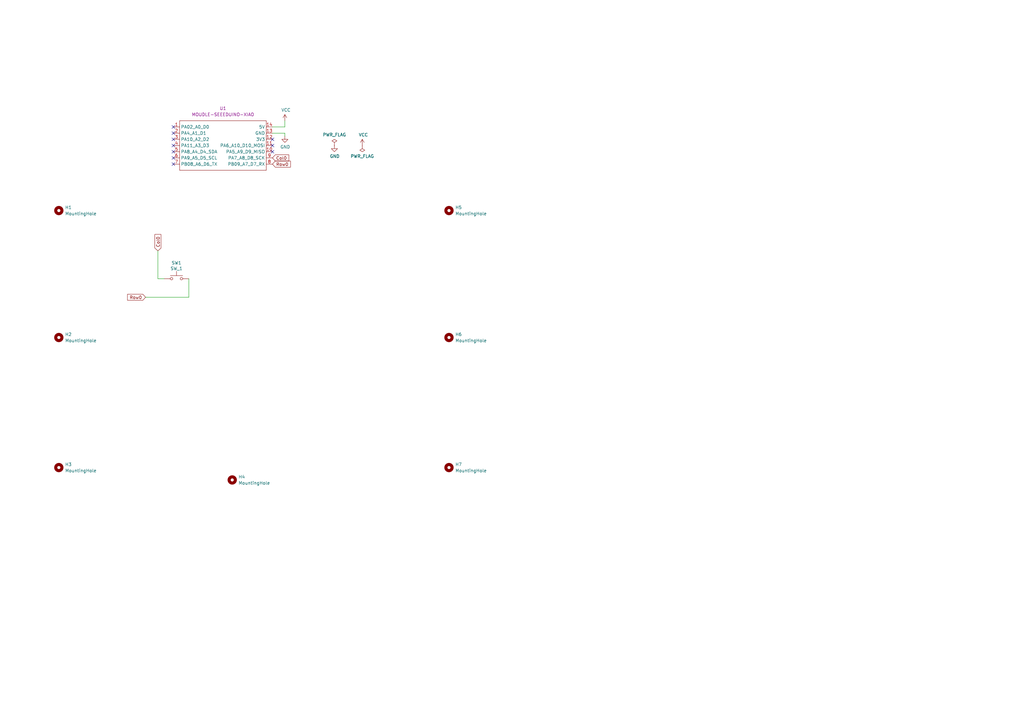
<source format=kicad_sch>
(kicad_sch (version 20211123) (generator eeschema)
  (paper "A3")
  (lib_symbols
    (symbol "MOUDLE-SEEEDUINO-XIAO:MOUDLE-SEEEDUINO-XIAO"
      (property "Value" "MOUDLE-SEEEDUINO-XIAO" (at 0 0 0))
      (property "Reference_1" "U" (at -16.51 11.43 0))
      (property "Value_1" "MOUDLE-SEEEDUINO-XIAO" (at -3.81 -11.43 0))
      (symbol "MOUDLE-SEEEDUINO-XIAO_0_1"
        (rectangle (start -16.51 10.16) (end 19.05 -10.16))
      )
      (symbol "MOUDLE-SEEEDUINO-XIAO_1_1"
        (pin passive line (at -19.05 7.62 0) (length 2.54) (name "PA02_A0_D0") (number "1"))
        (pin passive line (at 21.59 -2.54 180) (length 2.54) (name "PA5_A9_D9_MISO") (number "10"))
        (pin passive line (at 21.59 0 180) (length 2.54) (name "PA6_A10_D10_MOSI") (number "11"))
        (pin passive line (at 21.59 2.54 180) (length 2.54) (name "3V3") (number "12"))
        (pin passive line (at 21.59 5.08 180) (length 2.54) (name "GND") (number "13"))
        (pin passive line (at 21.59 7.62 180) (length 2.54) (name "5V") (number "14"))
        (pin passive line (at -19.05 5.08 0) (length 2.54) (name "PA4_A1_D1") (number "2"))
        (pin passive line (at -19.05 2.54 0) (length 2.54) (name "PA10_A2_D2") (number "3"))
        (pin passive line (at -19.05 0 0) (length 2.54) (name "PA11_A3_D3") (number "4"))
        (pin passive line (at -19.05 -2.54 0) (length 2.54) (name "PA8_A4_D4_SDA") (number "5"))
        (pin passive line (at -19.05 -5.08 0) (length 2.54) (name "PA9_A5_D5_SCL") (number "6"))
        (pin passive line (at -19.05 -7.62 0) (length 2.54) (name "PB08_A6_D6_TX") (number "7"))
        (pin passive line (at 21.59 -7.62 180) (length 2.54) (name "PB09_A7_D7_RX") (number "8"))
        (pin passive line (at 21.59 -5.08 180) (length 2.54) (name "PA7_A8_D8_SCK") (number "9"))
      )
    )
    (symbol "Mechanical:MountingHole" (pin_names (offset 1.016))
      (property "Reference" "H" (at 0 5.08 0))
      (property "Value" "MountingHole" (at 0 3.175 0))
      (symbol "MountingHole_0_1"
        (circle (center 0 0) (radius 1.27) (stroke (width 1.27)))
      )
    )
    (symbol "Switch:SW_Push" (pin_numbers hide) (pin_names (offset 1.016) hide)
      (property "Reference" "SW" (at 1.27 2.54 0))
      (property "Value" "SW_Push" (at 0 -1.524 0))
      (symbol "SW_Push_0_1"
        (circle (center -2.032 0) (radius 0.508))
        (polyline (pts (xy 0 1.27) (xy 0 3.048)))
        (polyline (pts (xy 2.54 1.27) (xy -2.54 1.27)))
        (circle (center 2.032 0) (radius 0.508))
        (pin passive line (at -5.08 0 0) (length 2.54) (name "1") (number "1"))
        (pin passive line (at 5.08 0 180) (length 2.54) (name "2") (number "2"))
      )
    )
    (symbol "power:GND" (power) (pin_names (offset 0))
      (property "Value" "GND" (at 0 -3.81 0))
      (symbol "GND_0_1"
        (polyline (pts (xy 0 0) (xy 0 -1.27) (xy 1.27 -1.27) (xy 0 -2.54) (xy -1.27 -1.27) (xy 0 -1.27)))
      )
      (symbol "GND_1_1"
        (pin power_in line (at 0 0 270) (length 0) hide (name "GND") (number "1"))
      )
    )
    (symbol "power:PWR_FLAG" (power) (pin_numbers hide) (pin_names (offset 0) hide)
      (property "Value" "PWR_FLAG" (at 0 3.81 0))
      (symbol "PWR_FLAG_0_0"
        (pin power_out line (at 0 0 90) (length 0) (name "pwr") (number "1"))
      )
      (symbol "PWR_FLAG_0_1"
        (polyline (pts (xy 0 0) (xy 0 1.27) (xy -1.016 1.905) (xy 0 2.54) (xy 1.016 1.905) (xy 0 1.27)))
      )
    )
    (symbol "power:VCC" (power) (pin_names (offset 0))
      (property "Value" "VCC" (at 0 3.81 0))
      (symbol "VCC_0_1"
        (polyline (pts (xy -0.762 1.27) (xy 0 2.54)))
        (polyline (pts (xy 0 0) (xy 0 2.54)))
        (polyline (pts (xy 0 2.54) (xy 0.762 1.27)))
      )
      (symbol "VCC_1_1"
        (pin power_in line (at 0 0 90) (length 0) hide (name "VCC") (number "1"))
      )
    )
  )
  (no_connect (at 111.76 59.69))
  (no_connect (at 71.12 67.31))
  (no_connect (at 111.76 62.23))
  (no_connect (at 71.12 59.69))
  (no_connect (at 111.76 57.15))
  (no_connect (at 71.12 62.23))
  (no_connect (at 71.12 54.61))
  (no_connect (at 71.12 64.77))
  (no_connect (at 71.12 57.15))
  (no_connect (at 71.12 52.07))
  (wire (pts (xy 64.77 114.3) (xy 67.31 114.3)))
  (wire (pts (xy 111.76 52.07) (xy 116.84 52.07)))
  (wire (pts (xy 64.77 102.87) (xy 64.77 114.3)))
  (wire (pts (xy 116.84 52.07) (xy 116.84 49.53)))
  (wire (pts (xy 77.47 114.3) (xy 77.47 121.92)))
  (wire (pts (xy 111.76 54.61) (xy 116.84 54.61)))
  (wire (pts (xy 59.69 121.92) (xy 77.47 121.92)))
  (wire (pts (xy 116.84 54.61) (xy 116.84 55.88)))
  (global_label "Row0" (shape input) (at 59.69 121.92 180) (property "Intersheet References" "${INTERSHEET_REFS}" (effects hide)))
  (global_label "Col0" (shape input) (at 111.76 64.77 0) (property "Intersheet References" "${INTERSHEET_REFS}" (effects hide)))
  (global_label "Col0" (shape input) (at 64.77 102.87 90) (property "Intersheet References" "${INTERSHEET_REFS}" (effects hide)))
  (global_label "Row0" (shape input) (at 111.76 67.31 0) (property "Intersheet References" "${INTERSHEET_REFS}" (effects hide)))
  (symbol (lib_id "power:VCC") (at 148.59 59.69 0) (unit 1)
    (property "Reference" "#PWR04" (effects hide))
    (property "Value" "VCC" (at 149.0218 55.2958 0))
  )
  (symbol (lib_id "Mechanical:MountingHole") (at 24.13 86.36 0) (unit 1)
    (property "Reference" "H1" (at 26.67 85.0899 0) (effects (justify left)))
    (property "Value" "MountingHole" (at 26.67 87.6299 0) (effects (justify left)))
    (property "Footprint" "kbd_Hole:m2_Screw_Hole" (effects hide))
  )
  (symbol (lib_id "power:GND") (at 116.84 55.88 0) (unit 1)
    (property "Reference" "#PWR02" (effects hide))
    (property "Value" "GND" (at 116.967 60.2742 0))
  )
  (symbol (lib_id "Switch:SW_Push") (at 72.39 114.3 0) (unit 1)
    (property "Reference" "SW1" (at 72.39 107.823 0))
    (property "Value" "SW_1" (at 72.39 110.1344 0))
    (property "Footprint" "kbd_SW:CherryMX_Solder_1u" (effects hide))
  )
  (symbol (lib_id "power:GND") (at 137.16 59.69 0) (unit 1)
    (property "Reference" "#PWR03" (effects hide))
    (property "Value" "GND" (at 137.287 64.0842 0))
  )
  (symbol (lib_id "MOUDLE-SEEEDUINO-XIAO:MOUDLE-SEEEDUINO-XIAO") (at 90.17 59.69 0) (unit 1)
    (property "Reference" "U1" (effects hide))
    (property "Value" "MOUDLE-SEEEDUINO-XIAO" (effects hide))
    (property "Footprint" "takashicompany:XIAO-RP2040-inside-only_Cutout" (effects hide))
    (property "Reference_1" "U1" (at 91.44 44.45 0))
    (property "Value_1" "MOUDLE-SEEEDUINO-XIAO" (at 91.44 46.99 0))
  )
  (symbol (lib_id "Mechanical:MountingHole") (at 95.25 196.85 0) (unit 1)
    (property "Reference" "H4" (at 97.79 195.5799 0) (effects (justify left)))
    (property "Value" "MountingHole" (at 97.79 198.12 0) (effects (justify left)))
    (property "Footprint" "kbd_Hole:m2_Screw_Hole" (effects hide))
  )
  (symbol (lib_id "power:PWR_FLAG") (at 148.59 59.69 180) (unit 1)
    (property "Reference" "#FLG02" (effects hide))
    (property "Value" "PWR_FLAG" (at 148.59 64.0842 0))
  )
  (symbol (lib_id "Mechanical:MountingHole") (at 184.15 86.36 0) (unit 1)
    (property "Reference" "H5" (at 186.69 85.0899 0) (effects (justify left)))
    (property "Value" "MountingHole" (at 186.69 87.6299 0) (effects (justify left)))
    (property "Footprint" "kbd_Hole:m2_Screw_Hole" (effects hide))
  )
  (symbol (lib_id "Mechanical:MountingHole") (at 24.13 138.43 0) (unit 1)
    (property "Reference" "H2" (at 26.67 137.1599 0) (effects (justify left)))
    (property "Value" "MountingHole" (at 26.67 139.6999 0) (effects (justify left)))
    (property "Footprint" "kbd_Hole:m2_Screw_Hole" (effects hide))
  )
  (symbol (lib_id "power:PWR_FLAG") (at 137.16 59.69 0) (unit 1)
    (property "Reference" "#FLG01" (effects hide))
    (property "Value" "PWR_FLAG" (at 137.16 55.2704 0))
  )
  (symbol (lib_id "Mechanical:MountingHole") (at 184.15 138.43 0) (unit 1)
    (property "Reference" "H6" (at 186.69 137.1599 0) (effects (justify left)))
    (property "Value" "MountingHole" (at 186.69 139.6999 0) (effects (justify left)))
    (property "Footprint" "kbd_Hole:m2_Screw_Hole" (effects hide))
  )
  (symbol (lib_id "power:VCC") (at 116.84 49.53 0) (unit 1)
    (property "Reference" "#PWR01" (effects hide))
    (property "Value" "VCC" (at 117.2718 45.1358 0))
  )
  (symbol (lib_id "Mechanical:MountingHole") (at 24.13 191.77 0) (unit 1)
    (property "Reference" "H3" (at 26.67 190.4999 0) (effects (justify left)))
    (property "Value" "MountingHole" (at 26.67 193.0399 0) (effects (justify left)))
    (property "Footprint" "kbd_Hole:m2_Screw_Hole" (effects hide))
  )
  (symbol (lib_id "Mechanical:MountingHole") (at 184.15 191.77 0) (unit 1)
    (property "Reference" "H7" (at 186.69 190.4999 0) (effects (justify left)))
    (property "Value" "MountingHole" (at 186.69 193.0399 0) (effects (justify left)))
    (property "Footprint" "kbd_Hole:m2_Screw_Hole" (effects hide))
  )
)
</source>
